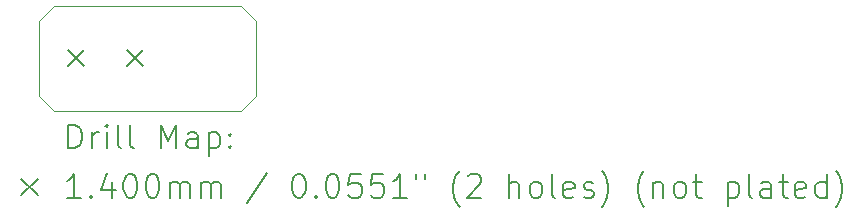
<source format=gbr>
%FSLAX45Y45*%
G04 Gerber Fmt 4.5, Leading zero omitted, Abs format (unit mm)*
G04 Created by KiCad (PCBNEW (6.0.0-0)) date 2023-03-28 13:10:44*
%MOMM*%
%LPD*%
G01*
G04 APERTURE LIST*
%TA.AperFunction,Profile*%
%ADD10C,0.100000*%
%TD*%
%ADD11C,0.200000*%
%ADD12C,0.140000*%
G04 APERTURE END LIST*
D10*
X3810000Y-3873500D02*
X3810000Y-4508500D01*
X2095500Y-3746500D02*
X3683000Y-3746500D01*
X3683000Y-4635500D02*
X3810000Y-4508500D01*
X3683000Y-4635500D02*
X2095500Y-4635500D01*
X1968500Y-4508500D02*
X1968500Y-3873500D01*
X1968500Y-3873500D02*
X2095500Y-3746500D01*
X3810000Y-3873500D02*
X3683000Y-3746500D01*
X2095500Y-4635500D02*
X1968500Y-4508500D01*
D11*
D12*
X2215850Y-4118600D02*
X2355850Y-4258600D01*
X2355850Y-4118600D02*
X2215850Y-4258600D01*
X2715850Y-4118600D02*
X2855850Y-4258600D01*
X2855850Y-4118600D02*
X2715850Y-4258600D01*
D11*
X2221119Y-4950976D02*
X2221119Y-4750976D01*
X2268738Y-4750976D01*
X2297310Y-4760500D01*
X2316357Y-4779548D01*
X2325881Y-4798595D01*
X2335405Y-4836690D01*
X2335405Y-4865262D01*
X2325881Y-4903357D01*
X2316357Y-4922405D01*
X2297310Y-4941452D01*
X2268738Y-4950976D01*
X2221119Y-4950976D01*
X2421119Y-4950976D02*
X2421119Y-4817643D01*
X2421119Y-4855738D02*
X2430643Y-4836690D01*
X2440167Y-4827167D01*
X2459214Y-4817643D01*
X2478262Y-4817643D01*
X2544929Y-4950976D02*
X2544929Y-4817643D01*
X2544929Y-4750976D02*
X2535405Y-4760500D01*
X2544929Y-4770024D01*
X2554452Y-4760500D01*
X2544929Y-4750976D01*
X2544929Y-4770024D01*
X2668738Y-4950976D02*
X2649690Y-4941452D01*
X2640167Y-4922405D01*
X2640167Y-4750976D01*
X2773500Y-4950976D02*
X2754452Y-4941452D01*
X2744929Y-4922405D01*
X2744929Y-4750976D01*
X3002071Y-4950976D02*
X3002071Y-4750976D01*
X3068738Y-4893833D01*
X3135405Y-4750976D01*
X3135405Y-4950976D01*
X3316357Y-4950976D02*
X3316357Y-4846214D01*
X3306833Y-4827167D01*
X3287786Y-4817643D01*
X3249690Y-4817643D01*
X3230643Y-4827167D01*
X3316357Y-4941452D02*
X3297309Y-4950976D01*
X3249690Y-4950976D01*
X3230643Y-4941452D01*
X3221119Y-4922405D01*
X3221119Y-4903357D01*
X3230643Y-4884310D01*
X3249690Y-4874786D01*
X3297309Y-4874786D01*
X3316357Y-4865262D01*
X3411595Y-4817643D02*
X3411595Y-5017643D01*
X3411595Y-4827167D02*
X3430643Y-4817643D01*
X3468738Y-4817643D01*
X3487786Y-4827167D01*
X3497309Y-4836690D01*
X3506833Y-4855738D01*
X3506833Y-4912881D01*
X3497309Y-4931929D01*
X3487786Y-4941452D01*
X3468738Y-4950976D01*
X3430643Y-4950976D01*
X3411595Y-4941452D01*
X3592548Y-4931929D02*
X3602071Y-4941452D01*
X3592548Y-4950976D01*
X3583024Y-4941452D01*
X3592548Y-4931929D01*
X3592548Y-4950976D01*
X3592548Y-4827167D02*
X3602071Y-4836690D01*
X3592548Y-4846214D01*
X3583024Y-4836690D01*
X3592548Y-4827167D01*
X3592548Y-4846214D01*
D12*
X1823500Y-5210500D02*
X1963500Y-5350500D01*
X1963500Y-5210500D02*
X1823500Y-5350500D01*
D11*
X2325881Y-5370976D02*
X2211595Y-5370976D01*
X2268738Y-5370976D02*
X2268738Y-5170976D01*
X2249690Y-5199548D01*
X2230643Y-5218595D01*
X2211595Y-5228119D01*
X2411595Y-5351929D02*
X2421119Y-5361452D01*
X2411595Y-5370976D01*
X2402071Y-5361452D01*
X2411595Y-5351929D01*
X2411595Y-5370976D01*
X2592548Y-5237643D02*
X2592548Y-5370976D01*
X2544929Y-5161452D02*
X2497310Y-5304310D01*
X2621119Y-5304310D01*
X2735405Y-5170976D02*
X2754452Y-5170976D01*
X2773500Y-5180500D01*
X2783024Y-5190024D01*
X2792548Y-5209071D01*
X2802071Y-5247167D01*
X2802071Y-5294786D01*
X2792548Y-5332881D01*
X2783024Y-5351929D01*
X2773500Y-5361452D01*
X2754452Y-5370976D01*
X2735405Y-5370976D01*
X2716357Y-5361452D01*
X2706833Y-5351929D01*
X2697310Y-5332881D01*
X2687786Y-5294786D01*
X2687786Y-5247167D01*
X2697310Y-5209071D01*
X2706833Y-5190024D01*
X2716357Y-5180500D01*
X2735405Y-5170976D01*
X2925881Y-5170976D02*
X2944928Y-5170976D01*
X2963976Y-5180500D01*
X2973500Y-5190024D01*
X2983024Y-5209071D01*
X2992548Y-5247167D01*
X2992548Y-5294786D01*
X2983024Y-5332881D01*
X2973500Y-5351929D01*
X2963976Y-5361452D01*
X2944928Y-5370976D01*
X2925881Y-5370976D01*
X2906833Y-5361452D01*
X2897309Y-5351929D01*
X2887786Y-5332881D01*
X2878262Y-5294786D01*
X2878262Y-5247167D01*
X2887786Y-5209071D01*
X2897309Y-5190024D01*
X2906833Y-5180500D01*
X2925881Y-5170976D01*
X3078262Y-5370976D02*
X3078262Y-5237643D01*
X3078262Y-5256690D02*
X3087786Y-5247167D01*
X3106833Y-5237643D01*
X3135405Y-5237643D01*
X3154452Y-5247167D01*
X3163976Y-5266214D01*
X3163976Y-5370976D01*
X3163976Y-5266214D02*
X3173500Y-5247167D01*
X3192548Y-5237643D01*
X3221119Y-5237643D01*
X3240167Y-5247167D01*
X3249690Y-5266214D01*
X3249690Y-5370976D01*
X3344928Y-5370976D02*
X3344928Y-5237643D01*
X3344928Y-5256690D02*
X3354452Y-5247167D01*
X3373500Y-5237643D01*
X3402071Y-5237643D01*
X3421119Y-5247167D01*
X3430643Y-5266214D01*
X3430643Y-5370976D01*
X3430643Y-5266214D02*
X3440167Y-5247167D01*
X3459214Y-5237643D01*
X3487786Y-5237643D01*
X3506833Y-5247167D01*
X3516357Y-5266214D01*
X3516357Y-5370976D01*
X3906833Y-5161452D02*
X3735405Y-5418595D01*
X4163976Y-5170976D02*
X4183024Y-5170976D01*
X4202071Y-5180500D01*
X4211595Y-5190024D01*
X4221119Y-5209071D01*
X4230643Y-5247167D01*
X4230643Y-5294786D01*
X4221119Y-5332881D01*
X4211595Y-5351929D01*
X4202071Y-5361452D01*
X4183024Y-5370976D01*
X4163976Y-5370976D01*
X4144928Y-5361452D01*
X4135405Y-5351929D01*
X4125881Y-5332881D01*
X4116357Y-5294786D01*
X4116357Y-5247167D01*
X4125881Y-5209071D01*
X4135405Y-5190024D01*
X4144928Y-5180500D01*
X4163976Y-5170976D01*
X4316357Y-5351929D02*
X4325881Y-5361452D01*
X4316357Y-5370976D01*
X4306833Y-5361452D01*
X4316357Y-5351929D01*
X4316357Y-5370976D01*
X4449690Y-5170976D02*
X4468738Y-5170976D01*
X4487786Y-5180500D01*
X4497310Y-5190024D01*
X4506833Y-5209071D01*
X4516357Y-5247167D01*
X4516357Y-5294786D01*
X4506833Y-5332881D01*
X4497310Y-5351929D01*
X4487786Y-5361452D01*
X4468738Y-5370976D01*
X4449690Y-5370976D01*
X4430643Y-5361452D01*
X4421119Y-5351929D01*
X4411595Y-5332881D01*
X4402071Y-5294786D01*
X4402071Y-5247167D01*
X4411595Y-5209071D01*
X4421119Y-5190024D01*
X4430643Y-5180500D01*
X4449690Y-5170976D01*
X4697310Y-5170976D02*
X4602071Y-5170976D01*
X4592548Y-5266214D01*
X4602071Y-5256690D01*
X4621119Y-5247167D01*
X4668738Y-5247167D01*
X4687786Y-5256690D01*
X4697310Y-5266214D01*
X4706833Y-5285262D01*
X4706833Y-5332881D01*
X4697310Y-5351929D01*
X4687786Y-5361452D01*
X4668738Y-5370976D01*
X4621119Y-5370976D01*
X4602071Y-5361452D01*
X4592548Y-5351929D01*
X4887786Y-5170976D02*
X4792548Y-5170976D01*
X4783024Y-5266214D01*
X4792548Y-5256690D01*
X4811595Y-5247167D01*
X4859214Y-5247167D01*
X4878262Y-5256690D01*
X4887786Y-5266214D01*
X4897310Y-5285262D01*
X4897310Y-5332881D01*
X4887786Y-5351929D01*
X4878262Y-5361452D01*
X4859214Y-5370976D01*
X4811595Y-5370976D01*
X4792548Y-5361452D01*
X4783024Y-5351929D01*
X5087786Y-5370976D02*
X4973500Y-5370976D01*
X5030643Y-5370976D02*
X5030643Y-5170976D01*
X5011595Y-5199548D01*
X4992548Y-5218595D01*
X4973500Y-5228119D01*
X5163976Y-5170976D02*
X5163976Y-5209071D01*
X5240167Y-5170976D02*
X5240167Y-5209071D01*
X5535405Y-5447167D02*
X5525881Y-5437643D01*
X5506833Y-5409071D01*
X5497310Y-5390024D01*
X5487786Y-5361452D01*
X5478262Y-5313833D01*
X5478262Y-5275738D01*
X5487786Y-5228119D01*
X5497310Y-5199548D01*
X5506833Y-5180500D01*
X5525881Y-5151929D01*
X5535405Y-5142405D01*
X5602071Y-5190024D02*
X5611595Y-5180500D01*
X5630643Y-5170976D01*
X5678262Y-5170976D01*
X5697309Y-5180500D01*
X5706833Y-5190024D01*
X5716357Y-5209071D01*
X5716357Y-5228119D01*
X5706833Y-5256690D01*
X5592548Y-5370976D01*
X5716357Y-5370976D01*
X5954452Y-5370976D02*
X5954452Y-5170976D01*
X6040167Y-5370976D02*
X6040167Y-5266214D01*
X6030643Y-5247167D01*
X6011595Y-5237643D01*
X5983024Y-5237643D01*
X5963976Y-5247167D01*
X5954452Y-5256690D01*
X6163976Y-5370976D02*
X6144928Y-5361452D01*
X6135405Y-5351929D01*
X6125881Y-5332881D01*
X6125881Y-5275738D01*
X6135405Y-5256690D01*
X6144928Y-5247167D01*
X6163976Y-5237643D01*
X6192548Y-5237643D01*
X6211595Y-5247167D01*
X6221119Y-5256690D01*
X6230643Y-5275738D01*
X6230643Y-5332881D01*
X6221119Y-5351929D01*
X6211595Y-5361452D01*
X6192548Y-5370976D01*
X6163976Y-5370976D01*
X6344928Y-5370976D02*
X6325881Y-5361452D01*
X6316357Y-5342405D01*
X6316357Y-5170976D01*
X6497309Y-5361452D02*
X6478262Y-5370976D01*
X6440167Y-5370976D01*
X6421119Y-5361452D01*
X6411595Y-5342405D01*
X6411595Y-5266214D01*
X6421119Y-5247167D01*
X6440167Y-5237643D01*
X6478262Y-5237643D01*
X6497309Y-5247167D01*
X6506833Y-5266214D01*
X6506833Y-5285262D01*
X6411595Y-5304310D01*
X6583024Y-5361452D02*
X6602071Y-5370976D01*
X6640167Y-5370976D01*
X6659214Y-5361452D01*
X6668738Y-5342405D01*
X6668738Y-5332881D01*
X6659214Y-5313833D01*
X6640167Y-5304310D01*
X6611595Y-5304310D01*
X6592548Y-5294786D01*
X6583024Y-5275738D01*
X6583024Y-5266214D01*
X6592548Y-5247167D01*
X6611595Y-5237643D01*
X6640167Y-5237643D01*
X6659214Y-5247167D01*
X6735405Y-5447167D02*
X6744928Y-5437643D01*
X6763976Y-5409071D01*
X6773500Y-5390024D01*
X6783024Y-5361452D01*
X6792548Y-5313833D01*
X6792548Y-5275738D01*
X6783024Y-5228119D01*
X6773500Y-5199548D01*
X6763976Y-5180500D01*
X6744928Y-5151929D01*
X6735405Y-5142405D01*
X7097309Y-5447167D02*
X7087786Y-5437643D01*
X7068738Y-5409071D01*
X7059214Y-5390024D01*
X7049690Y-5361452D01*
X7040167Y-5313833D01*
X7040167Y-5275738D01*
X7049690Y-5228119D01*
X7059214Y-5199548D01*
X7068738Y-5180500D01*
X7087786Y-5151929D01*
X7097309Y-5142405D01*
X7173500Y-5237643D02*
X7173500Y-5370976D01*
X7173500Y-5256690D02*
X7183024Y-5247167D01*
X7202071Y-5237643D01*
X7230643Y-5237643D01*
X7249690Y-5247167D01*
X7259214Y-5266214D01*
X7259214Y-5370976D01*
X7383024Y-5370976D02*
X7363976Y-5361452D01*
X7354452Y-5351929D01*
X7344928Y-5332881D01*
X7344928Y-5275738D01*
X7354452Y-5256690D01*
X7363976Y-5247167D01*
X7383024Y-5237643D01*
X7411595Y-5237643D01*
X7430643Y-5247167D01*
X7440167Y-5256690D01*
X7449690Y-5275738D01*
X7449690Y-5332881D01*
X7440167Y-5351929D01*
X7430643Y-5361452D01*
X7411595Y-5370976D01*
X7383024Y-5370976D01*
X7506833Y-5237643D02*
X7583024Y-5237643D01*
X7535405Y-5170976D02*
X7535405Y-5342405D01*
X7544928Y-5361452D01*
X7563976Y-5370976D01*
X7583024Y-5370976D01*
X7802071Y-5237643D02*
X7802071Y-5437643D01*
X7802071Y-5247167D02*
X7821119Y-5237643D01*
X7859214Y-5237643D01*
X7878262Y-5247167D01*
X7887786Y-5256690D01*
X7897309Y-5275738D01*
X7897309Y-5332881D01*
X7887786Y-5351929D01*
X7878262Y-5361452D01*
X7859214Y-5370976D01*
X7821119Y-5370976D01*
X7802071Y-5361452D01*
X8011595Y-5370976D02*
X7992548Y-5361452D01*
X7983024Y-5342405D01*
X7983024Y-5170976D01*
X8173500Y-5370976D02*
X8173500Y-5266214D01*
X8163976Y-5247167D01*
X8144928Y-5237643D01*
X8106833Y-5237643D01*
X8087786Y-5247167D01*
X8173500Y-5361452D02*
X8154452Y-5370976D01*
X8106833Y-5370976D01*
X8087786Y-5361452D01*
X8078262Y-5342405D01*
X8078262Y-5323357D01*
X8087786Y-5304310D01*
X8106833Y-5294786D01*
X8154452Y-5294786D01*
X8173500Y-5285262D01*
X8240167Y-5237643D02*
X8316357Y-5237643D01*
X8268738Y-5170976D02*
X8268738Y-5342405D01*
X8278262Y-5361452D01*
X8297309Y-5370976D01*
X8316357Y-5370976D01*
X8459214Y-5361452D02*
X8440167Y-5370976D01*
X8402071Y-5370976D01*
X8383024Y-5361452D01*
X8373500Y-5342405D01*
X8373500Y-5266214D01*
X8383024Y-5247167D01*
X8402071Y-5237643D01*
X8440167Y-5237643D01*
X8459214Y-5247167D01*
X8468738Y-5266214D01*
X8468738Y-5285262D01*
X8373500Y-5304310D01*
X8640167Y-5370976D02*
X8640167Y-5170976D01*
X8640167Y-5361452D02*
X8621119Y-5370976D01*
X8583024Y-5370976D01*
X8563976Y-5361452D01*
X8554452Y-5351929D01*
X8544929Y-5332881D01*
X8544929Y-5275738D01*
X8554452Y-5256690D01*
X8563976Y-5247167D01*
X8583024Y-5237643D01*
X8621119Y-5237643D01*
X8640167Y-5247167D01*
X8716357Y-5447167D02*
X8725881Y-5437643D01*
X8744929Y-5409071D01*
X8754452Y-5390024D01*
X8763976Y-5361452D01*
X8773500Y-5313833D01*
X8773500Y-5275738D01*
X8763976Y-5228119D01*
X8754452Y-5199548D01*
X8744929Y-5180500D01*
X8725881Y-5151929D01*
X8716357Y-5142405D01*
M02*

</source>
